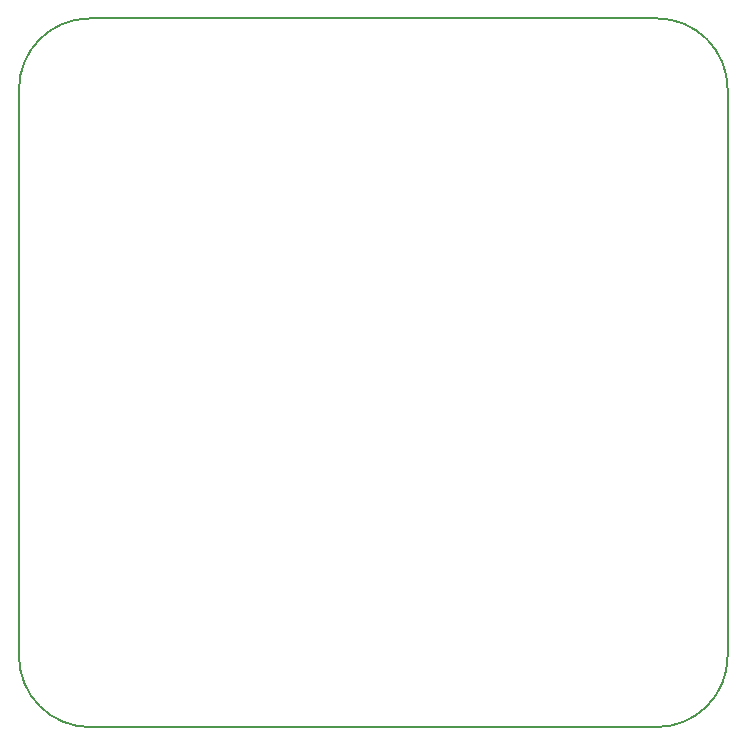
<source format=gbr>
%TF.GenerationSoftware,KiCad,Pcbnew,9.0.0*%
%TF.CreationDate,2025-02-22T18:12:42-05:00*%
%TF.ProjectId,SensorModuleBreakout,53656e73-6f72-44d6-9f64-756c65427265,rev?*%
%TF.SameCoordinates,Original*%
%TF.FileFunction,Profile,NP*%
%FSLAX46Y46*%
G04 Gerber Fmt 4.6, Leading zero omitted, Abs format (unit mm)*
G04 Created by KiCad (PCBNEW 9.0.0) date 2025-02-22 18:12:42*
%MOMM*%
%LPD*%
G01*
G04 APERTURE LIST*
%TA.AperFunction,Profile*%
%ADD10C,0.200000*%
%TD*%
G04 APERTURE END LIST*
D10*
X100000000Y-56000000D02*
G75*
G02*
X106000000Y-50000000I6000000J0D01*
G01*
X160000000Y-104000000D02*
G75*
G02*
X154000000Y-110000000I-6000000J0D01*
G01*
X154000000Y-50000000D02*
G75*
G02*
X160000000Y-56000000I0J-6000000D01*
G01*
X160000000Y-56000000D02*
X160000000Y-104000000D01*
X154000000Y-110000000D02*
X106000000Y-110000000D01*
X106000000Y-110000000D02*
G75*
G02*
X100000000Y-104000000I0J6000000D01*
G01*
X106000000Y-50000000D02*
X154000000Y-50000000D01*
X100000000Y-56000000D02*
X100000000Y-104000000D01*
M02*

</source>
